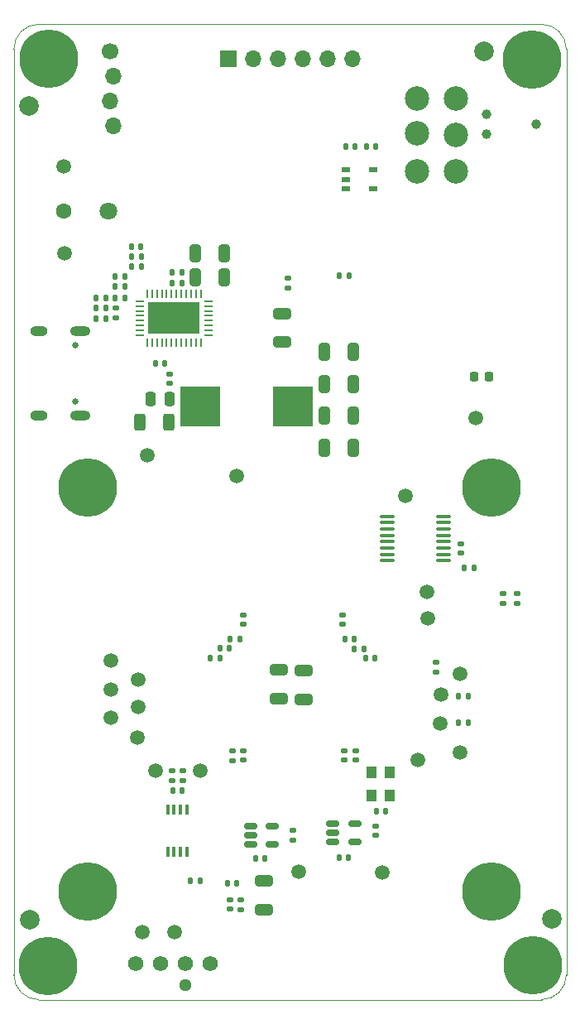
<source format=gbr>
%TF.GenerationSoftware,KiCad,Pcbnew,8.0.7*%
%TF.CreationDate,2025-01-27T23:16:30-05:00*%
%TF.ProjectId,bitaxeGamma,62697461-7865-4476-916d-6d612e6b6963,rev?*%
%TF.SameCoordinates,Original*%
%TF.FileFunction,Soldermask,Top*%
%TF.FilePolarity,Negative*%
%FSLAX46Y46*%
G04 Gerber Fmt 4.6, Leading zero omitted, Abs format (unit mm)*
G04 Created by KiCad (PCBNEW 8.0.7) date 2025-01-27 23:16:30*
%MOMM*%
%LPD*%
G01*
G04 APERTURE LIST*
G04 Aperture macros list*
%AMRoundRect*
0 Rectangle with rounded corners*
0 $1 Rounding radius*
0 $2 $3 $4 $5 $6 $7 $8 $9 X,Y pos of 4 corners*
0 Add a 4 corners polygon primitive as box body*
4,1,4,$2,$3,$4,$5,$6,$7,$8,$9,$2,$3,0*
0 Add four circle primitives for the rounded corners*
1,1,$1+$1,$2,$3*
1,1,$1+$1,$4,$5*
1,1,$1+$1,$6,$7*
1,1,$1+$1,$8,$9*
0 Add four rect primitives between the rounded corners*
20,1,$1+$1,$2,$3,$4,$5,0*
20,1,$1+$1,$4,$5,$6,$7,0*
20,1,$1+$1,$6,$7,$8,$9,0*
20,1,$1+$1,$8,$9,$2,$3,0*%
G04 Aperture macros list end*
%ADD10RoundRect,0.225000X-0.225000X-0.250000X0.225000X-0.250000X0.225000X0.250000X-0.225000X0.250000X0*%
%ADD11R,4.100000X4.100000*%
%ADD12RoundRect,0.250000X-0.325000X-0.650000X0.325000X-0.650000X0.325000X0.650000X-0.325000X0.650000X0*%
%ADD13RoundRect,0.250000X-0.650000X0.325000X-0.650000X-0.325000X0.650000X-0.325000X0.650000X0.325000X0*%
%ADD14C,1.500000*%
%ADD15C,2.000000*%
%ADD16RoundRect,0.140000X-0.170000X0.140000X-0.170000X-0.140000X0.170000X-0.140000X0.170000X0.140000X0*%
%ADD17RoundRect,0.140000X0.170000X-0.140000X0.170000X0.140000X-0.170000X0.140000X-0.170000X-0.140000X0*%
%ADD18RoundRect,0.135000X-0.185000X0.135000X-0.185000X-0.135000X0.185000X-0.135000X0.185000X0.135000X0*%
%ADD19RoundRect,0.140000X0.140000X0.170000X-0.140000X0.170000X-0.140000X-0.170000X0.140000X-0.170000X0*%
%ADD20C,6.000000*%
%ADD21RoundRect,0.250000X0.312500X0.625000X-0.312500X0.625000X-0.312500X-0.625000X0.312500X-0.625000X0*%
%ADD22RoundRect,0.150000X-0.512500X-0.150000X0.512500X-0.150000X0.512500X0.150000X-0.512500X0.150000X0*%
%ADD23RoundRect,0.135000X-0.135000X-0.185000X0.135000X-0.185000X0.135000X0.185000X-0.135000X0.185000X0*%
%ADD24RoundRect,0.135000X0.135000X0.185000X-0.135000X0.185000X-0.135000X-0.185000X0.135000X-0.185000X0*%
%ADD25C,2.500000*%
%ADD26R,1.100000X1.300000*%
%ADD27RoundRect,0.140000X-0.140000X-0.170000X0.140000X-0.170000X0.140000X0.170000X-0.140000X0.170000X0*%
%ADD28C,0.800000*%
%ADD29RoundRect,0.250000X0.650000X-0.325000X0.650000X0.325000X-0.650000X0.325000X-0.650000X-0.325000X0*%
%ADD30RoundRect,0.135000X0.185000X-0.135000X0.185000X0.135000X-0.185000X0.135000X-0.185000X-0.135000X0*%
%ADD31R,0.400000X1.100000*%
%ADD32R,1.700000X1.700000*%
%ADD33O,1.700000X1.700000*%
%ADD34RoundRect,0.100000X-0.637500X-0.100000X0.637500X-0.100000X0.637500X0.100000X-0.637500X0.100000X0*%
%ADD35RoundRect,0.062500X0.062500X-0.337500X0.062500X0.337500X-0.062500X0.337500X-0.062500X-0.337500X0*%
%ADD36RoundRect,0.062500X0.337500X-0.062500X0.337500X0.062500X-0.337500X0.062500X-0.337500X-0.062500X0*%
%ADD37C,0.400000*%
%ADD38R,5.300000X3.300000*%
%ADD39RoundRect,0.250000X-0.250000X-0.475000X0.250000X-0.475000X0.250000X0.475000X-0.250000X0.475000X0*%
%ADD40R,0.952500X0.558800*%
%ADD41C,1.295400*%
%ADD42C,1.574800*%
%ADD43C,1.700000*%
%ADD44C,0.650000*%
%ADD45O,1.800000X1.000000*%
%ADD46O,2.100000X1.000000*%
%ADD47C,0.990600*%
%ADD48C,1.600000*%
%ADD49C,1.800000*%
%TA.AperFunction,Profile*%
%ADD50C,0.001000*%
%TD*%
G04 APERTURE END LIST*
D10*
%TO.C,C6*%
X124250000Y-83600000D03*
X125800000Y-83600000D03*
%TD*%
D11*
%TO.C,L1*%
X96275000Y-86625000D03*
X105775000Y-86625000D03*
%TD*%
D12*
%TO.C,C20*%
X108975000Y-81050000D03*
X111925000Y-81050000D03*
%TD*%
D13*
%TO.C,C51*%
X102800000Y-135125000D03*
X102800000Y-138075000D03*
%TD*%
D14*
%TO.C,TP19*%
X114860000Y-134280000D03*
%TD*%
D15*
%TO.C,FID2*%
X125270000Y-50310000D03*
%TD*%
%TO.C,FID4*%
X132260000Y-139060000D03*
%TD*%
%TO.C,FID3*%
X78850000Y-139070000D03*
%TD*%
D16*
%TO.C,C41*%
X100625000Y-108880000D03*
X100625000Y-107920000D03*
%TD*%
D14*
%TO.C,TP21*%
X122860000Y-121970000D03*
%TD*%
%TO.C,TP18*%
X120820000Y-119010000D03*
%TD*%
D17*
%TO.C,C42*%
X100655438Y-122810000D03*
X100655438Y-121850000D03*
%TD*%
D14*
%TO.C,TP8*%
X124475000Y-87825000D03*
%TD*%
D18*
%TO.C,R23*%
X94520000Y-123850000D03*
X94520000Y-124870000D03*
%TD*%
D19*
%TO.C,C46*%
X99230000Y-111350000D03*
X98270000Y-111350000D03*
%TD*%
D20*
%TO.C,H6*%
X84710000Y-94910000D03*
%TD*%
D21*
%TO.C,R12*%
X93012500Y-88210000D03*
X90087500Y-88210000D03*
%TD*%
D16*
%TO.C,C13*%
X87650000Y-76570000D03*
X87650000Y-77530000D03*
%TD*%
D22*
%TO.C,U6*%
X101392500Y-129520000D03*
X101392500Y-130470000D03*
X101392500Y-131420000D03*
X103667500Y-131420000D03*
X103667500Y-129520000D03*
%TD*%
D23*
%TO.C,R1*%
X85590000Y-75500000D03*
X86610000Y-75500000D03*
%TD*%
D14*
%TO.C,TP13*%
X117300000Y-95750000D03*
%TD*%
%TO.C,TP37*%
X93610000Y-140380000D03*
%TD*%
%TO.C,TP35*%
X96280000Y-123890000D03*
%TD*%
D24*
%TO.C,R8*%
X90260000Y-71300000D03*
X89240000Y-71300000D03*
%TD*%
%TO.C,R11*%
X94390000Y-72930000D03*
X93370000Y-72930000D03*
%TD*%
D12*
%TO.C,C18*%
X108975000Y-87590000D03*
X111925000Y-87590000D03*
%TD*%
D14*
%TO.C,TP38*%
X90300000Y-140410000D03*
%TD*%
%TO.C,TP33*%
X87080000Y-118492000D03*
%TD*%
%TO.C,TP3*%
X99950000Y-93700000D03*
%TD*%
D25*
%TO.C,TP9*%
X122440000Y-55090000D03*
%TD*%
D20*
%TO.C,H5*%
X126060000Y-136260000D03*
%TD*%
D17*
%TO.C,C45*%
X99525438Y-122820000D03*
X99525438Y-121860000D03*
%TD*%
D16*
%TO.C,C10*%
X105250000Y-73520000D03*
X105250000Y-74480000D03*
%TD*%
D17*
%TO.C,C35*%
X112140000Y-122790000D03*
X112140000Y-121830000D03*
%TD*%
D12*
%TO.C,C4*%
X95775000Y-73400000D03*
X98725000Y-73400000D03*
%TD*%
D26*
%TO.C,U7*%
X115680000Y-126370000D03*
X115680000Y-124070000D03*
X113780000Y-124070000D03*
X113780000Y-126370000D03*
%TD*%
D27*
%TO.C,C27*%
X101940000Y-132840000D03*
X102900000Y-132840000D03*
%TD*%
D28*
%TO.C,H1*%
X127985010Y-51120990D03*
X128644020Y-49530000D03*
X128644020Y-52711980D03*
X130235010Y-48870990D03*
D20*
X130235010Y-51120990D03*
D28*
X130235010Y-53370990D03*
X131826000Y-49530000D03*
X131826000Y-52711980D03*
X132485010Y-51120990D03*
%TD*%
D14*
%TO.C,TP4*%
X90850000Y-91625000D03*
%TD*%
D25*
%TO.C,TP11*%
X118480000Y-58690000D03*
%TD*%
D19*
%TO.C,C29*%
X115270000Y-128010000D03*
X114310000Y-128010000D03*
%TD*%
D15*
%TO.C,FID1*%
X78750000Y-55900000D03*
%TD*%
D16*
%TO.C,C12*%
X93100000Y-83280000D03*
X93100000Y-84240000D03*
%TD*%
D14*
%TO.C,TP14*%
X119450000Y-105600000D03*
%TD*%
D24*
%TO.C,R19*%
X123720000Y-118980000D03*
X122700000Y-118980000D03*
%TD*%
D25*
%TO.C,TP5*%
X118460000Y-62540000D03*
%TD*%
D14*
%TO.C,TP36*%
X91650000Y-123880000D03*
%TD*%
D13*
%TO.C,C43*%
X104300000Y-113575000D03*
X104300000Y-116525000D03*
%TD*%
D14*
%TO.C,TP15*%
X119550000Y-108280000D03*
%TD*%
D29*
%TO.C,C2*%
X104650000Y-80050000D03*
X104650000Y-77100000D03*
%TD*%
D14*
%TO.C,TP22*%
X118520000Y-122760000D03*
%TD*%
D30*
%TO.C,R25*%
X100400000Y-138060000D03*
X100400000Y-137040000D03*
%TD*%
D16*
%TO.C,C22*%
X128670000Y-105770000D03*
X128670000Y-106730000D03*
%TD*%
D31*
%TO.C,U10*%
X94870000Y-127840000D03*
X94220000Y-127840000D03*
X93570000Y-127840000D03*
X92920000Y-127840000D03*
X92920000Y-132140000D03*
X93570000Y-132140000D03*
X94220000Y-132140000D03*
X94870000Y-132140000D03*
%TD*%
D19*
%TO.C,C8*%
X90230000Y-72350000D03*
X89270000Y-72350000D03*
%TD*%
D23*
%TO.C,R5*%
X87540000Y-75500000D03*
X88560000Y-75500000D03*
%TD*%
D24*
%TO.C,R6*%
X88560000Y-73300000D03*
X87540000Y-73300000D03*
%TD*%
D14*
%TO.C,TP29*%
X87080000Y-112616000D03*
%TD*%
D22*
%TO.C,U5*%
X109843500Y-129279000D03*
X109843500Y-130229000D03*
X109843500Y-131179000D03*
X112118500Y-131179000D03*
X112118500Y-129279000D03*
%TD*%
D28*
%TO.C,H3*%
X128052000Y-143728000D03*
X128711010Y-142137010D03*
X128711010Y-145318990D03*
X130302000Y-141478000D03*
D20*
X130302000Y-143728000D03*
D28*
X130302000Y-145978000D03*
X131892990Y-142137010D03*
X131892990Y-145318990D03*
X132552000Y-143728000D03*
%TD*%
D16*
%TO.C,C49*%
X122930000Y-100640000D03*
X122930000Y-101600000D03*
%TD*%
D14*
%TO.C,TP2*%
X82310000Y-62100000D03*
%TD*%
D24*
%TO.C,R9*%
X94400000Y-73990000D03*
X93380000Y-73990000D03*
%TD*%
D19*
%TO.C,C23*%
X114200000Y-60030000D03*
X113240000Y-60030000D03*
%TD*%
D25*
%TO.C,TP6*%
X122430000Y-62540000D03*
%TD*%
D12*
%TO.C,C19*%
X108975000Y-84330000D03*
X111925000Y-84330000D03*
%TD*%
D18*
%TO.C,R17*%
X120380000Y-112750000D03*
X120380000Y-113770000D03*
%TD*%
D32*
%TO.C,J4*%
X99171505Y-51054000D03*
D33*
X101711505Y-51054000D03*
X104251505Y-51054000D03*
X106791505Y-51054000D03*
X109331505Y-51054000D03*
X111871505Y-51054000D03*
%TD*%
D14*
%TO.C,TP16*%
X122860000Y-113980000D03*
%TD*%
%TO.C,TP34*%
X89860000Y-120480000D03*
%TD*%
D28*
%TO.C,H4*%
X78455010Y-143830990D03*
X79114020Y-142240000D03*
X79114020Y-145421980D03*
X80705010Y-141580990D03*
D20*
X80705010Y-143830990D03*
D28*
X80705010Y-146080990D03*
X82296000Y-142240000D03*
X82296000Y-145421980D03*
X82955010Y-143830990D03*
%TD*%
D14*
%TO.C,TP1*%
X82390000Y-70940000D03*
%TD*%
D24*
%TO.C,R13*%
X86600000Y-77640000D03*
X85580000Y-77640000D03*
%TD*%
D16*
%TO.C,C53*%
X99300000Y-137070000D03*
X99300000Y-138030000D03*
%TD*%
D20*
%TO.C,H8*%
X84710000Y-136260000D03*
%TD*%
D19*
%TO.C,C48*%
X98255000Y-112350000D03*
X97295000Y-112350000D03*
%TD*%
%TO.C,C28*%
X114155000Y-112350000D03*
X113195000Y-112350000D03*
%TD*%
D34*
%TO.C,U9*%
X115427500Y-97855000D03*
X115427500Y-98505000D03*
X115427500Y-99155000D03*
X115427500Y-99805000D03*
X115427500Y-100455000D03*
X115427500Y-101105000D03*
X115427500Y-101755000D03*
X115427500Y-102405000D03*
X121152500Y-102405000D03*
X121152500Y-101755000D03*
X121152500Y-101105000D03*
X121152500Y-100455000D03*
X121152500Y-99805000D03*
X121152500Y-99155000D03*
X121152500Y-98505000D03*
X121152500Y-97855000D03*
%TD*%
D23*
%TO.C,R24*%
X95210000Y-135170000D03*
X96230000Y-135170000D03*
%TD*%
D27*
%TO.C,C5*%
X89220000Y-70300000D03*
X90180000Y-70300000D03*
%TD*%
D19*
%TO.C,C34*%
X112030000Y-110375000D03*
X111070000Y-110375000D03*
%TD*%
D30*
%TO.C,R22*%
X93380000Y-124870000D03*
X93380000Y-123850000D03*
%TD*%
D12*
%TO.C,C17*%
X108955000Y-90840000D03*
X111905000Y-90840000D03*
%TD*%
D27*
%TO.C,C26*%
X110481000Y-132739000D03*
X111441000Y-132739000D03*
%TD*%
D19*
%TO.C,C47*%
X124270000Y-103110000D03*
X123310000Y-103110000D03*
%TD*%
D17*
%TO.C,C33*%
X111000000Y-122790000D03*
X111000000Y-121830000D03*
%TD*%
D28*
%TO.C,H2*%
X78558000Y-51054000D03*
X79217010Y-49463010D03*
X79217010Y-52644990D03*
X80808000Y-48804000D03*
D20*
X80808000Y-51054000D03*
D28*
X80808000Y-53304000D03*
X82398990Y-49463010D03*
X82398990Y-52644990D03*
X83058000Y-51054000D03*
%TD*%
D19*
%TO.C,C1*%
X92650000Y-82220000D03*
X91690000Y-82220000D03*
%TD*%
D24*
%TO.C,R18*%
X123720000Y-116220000D03*
X122700000Y-116220000D03*
%TD*%
D17*
%TO.C,C36*%
X110825000Y-108880000D03*
X110825000Y-107920000D03*
%TD*%
D14*
%TO.C,TP20*%
X106360000Y-134230000D03*
%TD*%
D20*
%TO.C,H7*%
X126060000Y-94910000D03*
%TD*%
D14*
%TO.C,TP17*%
X120900000Y-116060000D03*
%TD*%
%TO.C,TP30*%
X89890000Y-114520000D03*
%TD*%
D23*
%TO.C,R15*%
X110480000Y-73250000D03*
X111500000Y-73250000D03*
%TD*%
D35*
%TO.C,U2*%
X90830000Y-80090000D03*
X91330000Y-80090000D03*
X91830000Y-80090000D03*
X92330000Y-80090000D03*
X92830000Y-80090000D03*
X93330000Y-80090000D03*
X93830000Y-80090000D03*
X94330000Y-80090000D03*
X94830000Y-80090000D03*
X95330000Y-80090000D03*
X95830000Y-80090000D03*
X96330000Y-80090000D03*
D36*
X97080000Y-79340000D03*
X97080000Y-78840000D03*
X97080000Y-78340000D03*
X97080000Y-77840000D03*
X97080000Y-77340000D03*
X97080000Y-76840000D03*
X97080000Y-76340000D03*
X97080000Y-75840000D03*
D35*
X96330000Y-75090000D03*
X95830000Y-75090000D03*
X95330000Y-75090000D03*
X94830000Y-75090000D03*
X94330000Y-75090000D03*
X93830000Y-75090000D03*
X93330000Y-75090000D03*
X92830000Y-75090000D03*
X92330000Y-75090000D03*
X91830000Y-75090000D03*
X91330000Y-75090000D03*
X90830000Y-75090000D03*
D36*
X90080000Y-75840000D03*
X90080000Y-76340000D03*
X90080000Y-76840000D03*
X90080000Y-77340000D03*
X90080000Y-77840000D03*
X90080000Y-78340000D03*
X90080000Y-78840000D03*
X90080000Y-79340000D03*
D37*
X92180000Y-78870000D03*
X93580000Y-78870000D03*
X94980000Y-78870000D03*
X91180000Y-77590000D03*
X92180000Y-77590000D03*
X93580000Y-77590000D03*
D38*
X93580000Y-77590000D03*
D37*
X94980000Y-77590000D03*
X95980000Y-77590000D03*
X92180000Y-76310000D03*
X93580000Y-76310000D03*
X94980000Y-76310000D03*
%TD*%
D12*
%TO.C,C3*%
X95775000Y-70950000D03*
X98725000Y-70950000D03*
%TD*%
D19*
%TO.C,C50*%
X94440000Y-125940000D03*
X93480000Y-125940000D03*
%TD*%
D24*
%TO.C,R10*%
X88560000Y-74300000D03*
X87540000Y-74300000D03*
%TD*%
D19*
%TO.C,C32*%
X113005000Y-111425000D03*
X112045000Y-111425000D03*
%TD*%
D30*
%TO.C,R16*%
X127240000Y-106770000D03*
X127240000Y-105750000D03*
%TD*%
D19*
%TO.C,C52*%
X100030000Y-135350000D03*
X99070000Y-135350000D03*
%TD*%
D39*
%TO.C,C11*%
X91190000Y-85860000D03*
X93090000Y-85860000D03*
%TD*%
D27*
%TO.C,C21*%
X111140000Y-60030000D03*
X112100000Y-60030000D03*
%TD*%
D14*
%TO.C,TP31*%
X87080000Y-115554000D03*
%TD*%
D25*
%TO.C,TP7*%
X122420000Y-58830000D03*
%TD*%
D14*
%TO.C,TP32*%
X89890000Y-117310000D03*
%TD*%
D23*
%TO.C,R14*%
X85580000Y-76570000D03*
X86600000Y-76570000D03*
%TD*%
D16*
%TO.C,C30*%
X114240000Y-129540000D03*
X114240000Y-130500000D03*
%TD*%
D13*
%TO.C,C54*%
X106850000Y-113600000D03*
X106850000Y-116550000D03*
%TD*%
D19*
%TO.C,C44*%
X100305000Y-110375000D03*
X99345000Y-110375000D03*
%TD*%
D40*
%TO.C,U3*%
X111185050Y-62440200D03*
X111185050Y-63380000D03*
X111185050Y-64319800D03*
X113940950Y-64319800D03*
X113940950Y-62440200D03*
%TD*%
D25*
%TO.C,TP10*%
X118480000Y-55140000D03*
%TD*%
D16*
%TO.C,C31*%
X105750000Y-129990000D03*
X105750000Y-130950000D03*
%TD*%
D41*
%TO.C,J6*%
X94701000Y-145782001D03*
D42*
X89621000Y-143622000D03*
X92161000Y-143622000D03*
X94701000Y-143622000D03*
X97241000Y-143622000D03*
%TD*%
D43*
%TO.C,J3*%
X87005000Y-50292000D03*
D33*
X87405000Y-52832000D03*
X87005000Y-55372000D03*
X87405000Y-57912000D03*
%TD*%
D44*
%TO.C,J5*%
X83470000Y-86150000D03*
X83470000Y-80370000D03*
D45*
X79790000Y-87580000D03*
D46*
X83970000Y-87580000D03*
D45*
X79790000Y-78940000D03*
D46*
X83970000Y-78940000D03*
%TD*%
D47*
%TO.C,J2*%
X130670000Y-57730000D03*
X125590000Y-58746000D03*
X125590000Y-56714000D03*
%TD*%
D48*
%TO.C,J1*%
X82330000Y-66620000D03*
D49*
X86830000Y-66620000D03*
%TD*%
D50*
X79729000Y-47522000D02*
X131192000Y-47522000D01*
X133732000Y-144744000D02*
G75*
G02*
X131192000Y-147284000I-2540000J0D01*
G01*
X131192000Y-47522000D02*
G75*
G02*
X133732000Y-50062000I0J-2540000D01*
G01*
X77189000Y-50062000D02*
G75*
G02*
X79729000Y-47522000I2540000J0D01*
G01*
X131192000Y-147284000D02*
X79729000Y-147284000D01*
X133732000Y-50062000D02*
X133732000Y-144744000D01*
X79729000Y-147284000D02*
G75*
G02*
X77189000Y-144744000I0J2540000D01*
G01*
X77189000Y-144744000D02*
X77189000Y-50062000D01*
M02*

</source>
